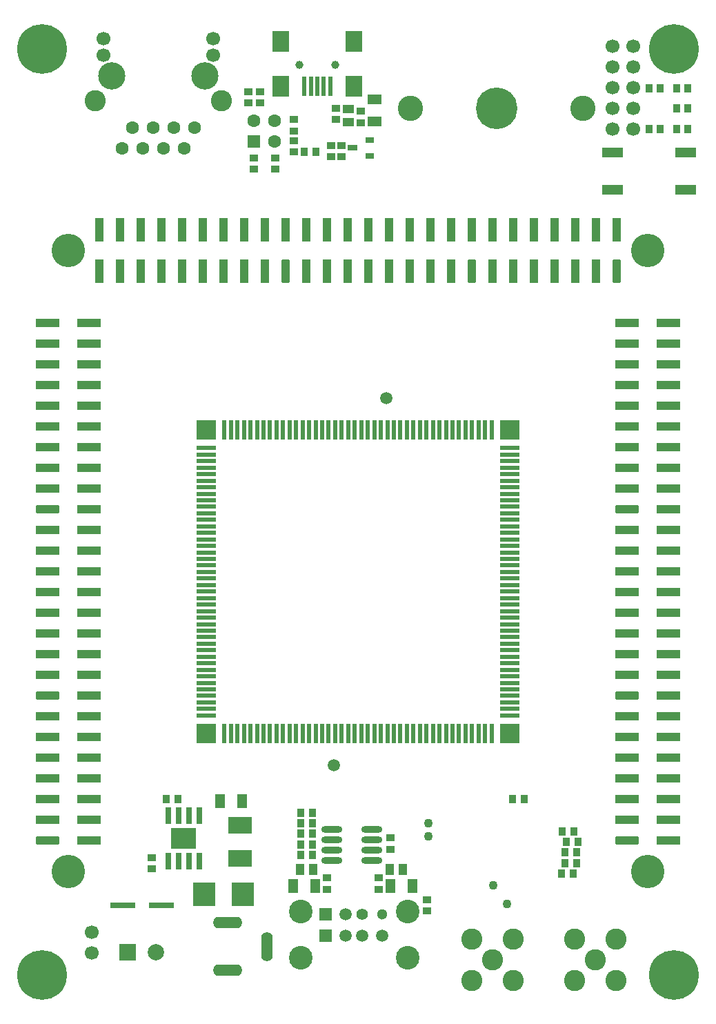
<source format=gts>
G04 Layer_Color=8388736*
%FSLAX44Y44*%
%MOMM*%
G71*
G01*
G75*
%ADD54C,1.3000*%
%ADD60C,1.5000*%
%ADD65C,1.6000*%
%ADD116C,5.1000*%
%ADD117R,1.2000X1.8000*%
%ADD118R,0.8000X2.1000*%
%ADD119R,3.1000X2.5000*%
%ADD120R,0.9000X1.0000*%
%ADD121R,2.1000X2.6000*%
%ADD122R,0.6000X2.3500*%
%ADD123R,1.1000X1.4000*%
%ADD124R,1.0000X0.9000*%
%ADD125R,3.1000X0.8000*%
%ADD126O,2.6000X0.8000*%
%ADD127R,2.7162X2.8432*%
%ADD128R,2.9000X2.0000*%
%ADD129C,1.1000*%
%ADD130R,0.6000X2.4000*%
%ADD131R,2.4000X0.6000*%
%ADD132R,2.4000X2.4000*%
%ADD133R,1.1000X2.9000*%
G04:AMPARAMS|DCode=134|XSize=1.1mm|YSize=2.9mm|CornerRadius=0.25mm|HoleSize=0mm|Usage=FLASHONLY|Rotation=180.000|XOffset=0mm|YOffset=0mm|HoleType=Round|Shape=RoundedRectangle|*
%AMROUNDEDRECTD134*
21,1,1.1000,2.4000,0,0,180.0*
21,1,0.6000,2.9000,0,0,180.0*
1,1,0.5000,-0.3000,1.2000*
1,1,0.5000,0.3000,1.2000*
1,1,0.5000,0.3000,-1.2000*
1,1,0.5000,-0.3000,-1.2000*
%
%ADD134ROUNDEDRECTD134*%
%ADD135R,2.9000X1.1000*%
G04:AMPARAMS|DCode=136|XSize=1.1mm|YSize=2.9mm|CornerRadius=0.25mm|HoleSize=0mm|Usage=FLASHONLY|Rotation=90.000|XOffset=0mm|YOffset=0mm|HoleType=Round|Shape=RoundedRectangle|*
%AMROUNDEDRECTD136*
21,1,1.1000,2.4000,0,0,90.0*
21,1,0.6000,2.9000,0,0,90.0*
1,1,0.5000,1.2000,0.3000*
1,1,0.5000,1.2000,-0.3000*
1,1,0.5000,-1.2000,-0.3000*
1,1,0.5000,-1.2000,0.3000*
%
%ADD136ROUNDEDRECTD136*%
%ADD137R,2.5000X1.3000*%
%ADD138R,1.2000X0.7500*%
%ADD139R,1.0000X0.7500*%
%ADD140R,1.8000X1.2000*%
%ADD141R,1.4000X1.1000*%
%ADD142C,3.1000*%
%ADD143C,6.1000*%
%ADD144C,4.1000*%
%ADD145C,1.0000*%
%ADD146C,1.7000*%
%ADD147C,2.9000*%
%ADD148R,1.5200X1.5200*%
%ADD149C,1.5200*%
%ADD150C,1.4000*%
%ADD151O,3.6000X1.4000*%
%ADD152O,1.4000X3.6000*%
%ADD153C,2.0000*%
%ADD154R,2.0000X2.0000*%
%ADD155R,1.6000X1.6000*%
%ADD156C,2.6000*%
%ADD157C,3.3500*%
%ADD158C,1.7000*%
D54*
X450001Y106102D02*
D03*
D60*
X390000Y289200D02*
D03*
X455000Y739200D02*
D03*
D65*
X317700Y1080198D02*
D03*
Y1054798D02*
D03*
X292300Y1080198D02*
D03*
X206750Y1046100D02*
D03*
X181350D02*
D03*
X155950D02*
D03*
X130550D02*
D03*
X143250Y1071500D02*
D03*
X168650D02*
D03*
X194050D02*
D03*
X219450D02*
D03*
D116*
X590000Y1095000D02*
D03*
D117*
X277500Y245000D02*
D03*
X250500D02*
D03*
X340500Y141000D02*
D03*
X367500D02*
D03*
X486500D02*
D03*
X459500D02*
D03*
D118*
X186950Y171500D02*
D03*
X199650D02*
D03*
X212350D02*
D03*
X225050D02*
D03*
Y227500D02*
D03*
X186950D02*
D03*
X199650D02*
D03*
X212350D02*
D03*
D119*
X206000Y199500D02*
D03*
D120*
X199002Y247500D02*
D03*
X185002D02*
D03*
X350002Y192000D02*
D03*
X364002D02*
D03*
X350002Y231000D02*
D03*
X364002D02*
D03*
X683998Y156000D02*
D03*
X669998D02*
D03*
X687998Y182000D02*
D03*
X673998D02*
D03*
X689998Y195000D02*
D03*
X675998D02*
D03*
X684998Y208000D02*
D03*
X670998D02*
D03*
X687998Y169000D02*
D03*
X673998D02*
D03*
X609998Y248000D02*
D03*
X623998D02*
D03*
X350000Y218000D02*
D03*
X364000D02*
D03*
X350000Y205000D02*
D03*
X364000D02*
D03*
X350002Y179000D02*
D03*
X364002D02*
D03*
X368002Y1041498D02*
D03*
X354002D02*
D03*
X791002Y1070000D02*
D03*
X777002D02*
D03*
X811002D02*
D03*
X825002D02*
D03*
Y1095000D02*
D03*
X811002D02*
D03*
X811002Y1120000D02*
D03*
X825002D02*
D03*
X777002D02*
D03*
X791002D02*
D03*
D121*
X325500Y1177500D02*
D03*
X414502D02*
D03*
X325500Y1122500D02*
D03*
X414502D02*
D03*
D122*
X354002D02*
D03*
X362000D02*
D03*
X370001D02*
D03*
X377999D02*
D03*
X386000D02*
D03*
D123*
X349000Y161000D02*
D03*
X365000D02*
D03*
X475000D02*
D03*
X459000D02*
D03*
D124*
X460000Y199998D02*
D03*
Y185998D02*
D03*
X167000Y162002D02*
D03*
Y176002D02*
D03*
X505000Y110002D02*
D03*
Y124002D02*
D03*
X445000Y137002D02*
D03*
Y151002D02*
D03*
X382000Y137002D02*
D03*
Y151002D02*
D03*
X318000Y1034500D02*
D03*
Y1020500D02*
D03*
X292000Y1034500D02*
D03*
Y1020500D02*
D03*
X400000Y1035500D02*
D03*
Y1049500D02*
D03*
X387000D02*
D03*
Y1035500D02*
D03*
X341000Y1055500D02*
D03*
Y1041500D02*
D03*
X285000Y1115497D02*
D03*
Y1101497D02*
D03*
X300000D02*
D03*
Y1115497D02*
D03*
X341000Y1067497D02*
D03*
Y1081497D02*
D03*
X423000Y1091500D02*
D03*
Y1077500D02*
D03*
X393000Y1095497D02*
D03*
Y1081497D02*
D03*
D125*
X130998Y117250D02*
D03*
X178998D02*
D03*
D126*
X436500Y171950D02*
D03*
Y184650D02*
D03*
Y197350D02*
D03*
Y210050D02*
D03*
X387500Y171950D02*
D03*
Y184650D02*
D03*
Y197350D02*
D03*
Y210050D02*
D03*
D127*
X278495Y131000D02*
D03*
X231505D02*
D03*
D128*
X275000Y215500D02*
D03*
Y174500D02*
D03*
D129*
X586000Y142000D02*
D03*
X603000Y119000D02*
D03*
X506000Y202000D02*
D03*
X506000Y218000D02*
D03*
D130*
X280000Y700200D02*
D03*
X288000D02*
D03*
X368000Y328200D02*
D03*
X376000D02*
D03*
X256000D02*
D03*
X584000Y700200D02*
D03*
X576000D02*
D03*
X568000D02*
D03*
X560000D02*
D03*
X552000D02*
D03*
X544000D02*
D03*
X536000D02*
D03*
X528000D02*
D03*
X520000D02*
D03*
X512000D02*
D03*
X504000D02*
D03*
X496000D02*
D03*
X488000D02*
D03*
X480000D02*
D03*
X472000D02*
D03*
X464000D02*
D03*
X456000D02*
D03*
X448000D02*
D03*
X440000D02*
D03*
X432000D02*
D03*
X424000D02*
D03*
X416000D02*
D03*
X408000D02*
D03*
X400000D02*
D03*
X392000D02*
D03*
X384000D02*
D03*
X376000D02*
D03*
X368000D02*
D03*
X360000D02*
D03*
X352000D02*
D03*
X344000D02*
D03*
X336000D02*
D03*
X328000D02*
D03*
X320000D02*
D03*
X312000D02*
D03*
X304000D02*
D03*
X296000D02*
D03*
X272000D02*
D03*
X264000D02*
D03*
X256000D02*
D03*
X264000Y328200D02*
D03*
X272000D02*
D03*
X280000D02*
D03*
X288000D02*
D03*
X296000D02*
D03*
X304000D02*
D03*
X312000D02*
D03*
X320000D02*
D03*
X328000D02*
D03*
X336000D02*
D03*
X344000D02*
D03*
X352000D02*
D03*
X360000D02*
D03*
X416000D02*
D03*
X424000D02*
D03*
X432000D02*
D03*
X440000D02*
D03*
X448000D02*
D03*
X456000D02*
D03*
X464000D02*
D03*
X472000D02*
D03*
X480000D02*
D03*
X488000D02*
D03*
X496000D02*
D03*
X504000D02*
D03*
X512000D02*
D03*
X520000D02*
D03*
X528000D02*
D03*
X536000D02*
D03*
X544000D02*
D03*
X552000D02*
D03*
X560000D02*
D03*
X568000D02*
D03*
X576000D02*
D03*
X584000D02*
D03*
X408000D02*
D03*
X400000D02*
D03*
X392000D02*
D03*
X384000D02*
D03*
D131*
X606000Y678200D02*
D03*
Y670200D02*
D03*
Y662200D02*
D03*
Y654200D02*
D03*
Y646200D02*
D03*
Y638200D02*
D03*
Y630200D02*
D03*
Y622200D02*
D03*
Y614200D02*
D03*
Y606200D02*
D03*
Y598200D02*
D03*
Y590200D02*
D03*
Y582200D02*
D03*
Y574200D02*
D03*
Y566200D02*
D03*
Y558200D02*
D03*
Y550200D02*
D03*
Y542200D02*
D03*
Y534200D02*
D03*
Y526200D02*
D03*
Y518200D02*
D03*
Y510200D02*
D03*
Y502200D02*
D03*
Y494200D02*
D03*
Y486200D02*
D03*
Y478200D02*
D03*
Y470200D02*
D03*
Y462200D02*
D03*
Y454200D02*
D03*
Y446200D02*
D03*
Y438200D02*
D03*
Y430200D02*
D03*
Y422200D02*
D03*
Y414200D02*
D03*
Y406200D02*
D03*
Y398200D02*
D03*
Y390200D02*
D03*
Y382200D02*
D03*
Y374200D02*
D03*
Y366200D02*
D03*
Y358200D02*
D03*
Y350200D02*
D03*
X234000Y678200D02*
D03*
Y670200D02*
D03*
Y662200D02*
D03*
Y654200D02*
D03*
Y646200D02*
D03*
Y638200D02*
D03*
Y630200D02*
D03*
Y622200D02*
D03*
Y614200D02*
D03*
Y606200D02*
D03*
Y598200D02*
D03*
Y590200D02*
D03*
Y582200D02*
D03*
Y574200D02*
D03*
Y566200D02*
D03*
Y558200D02*
D03*
Y550200D02*
D03*
Y542200D02*
D03*
Y534200D02*
D03*
Y526200D02*
D03*
Y518200D02*
D03*
Y510200D02*
D03*
Y502200D02*
D03*
Y494200D02*
D03*
Y486200D02*
D03*
Y478200D02*
D03*
Y470200D02*
D03*
Y462200D02*
D03*
Y454200D02*
D03*
Y446200D02*
D03*
Y438200D02*
D03*
Y430200D02*
D03*
Y422200D02*
D03*
Y414200D02*
D03*
Y406200D02*
D03*
Y398200D02*
D03*
Y390200D02*
D03*
Y382200D02*
D03*
Y374200D02*
D03*
Y366200D02*
D03*
Y358200D02*
D03*
Y350200D02*
D03*
D132*
Y328200D02*
D03*
X234000Y700200D02*
D03*
X606000Y328200D02*
D03*
Y700200D02*
D03*
D133*
X102500Y895100D02*
D03*
Y946100D02*
D03*
X127900Y895100D02*
D03*
X153300D02*
D03*
X178700D02*
D03*
X204100D02*
D03*
X229500D02*
D03*
X254900D02*
D03*
X280300D02*
D03*
X305700D02*
D03*
X356500D02*
D03*
X381900D02*
D03*
X407300D02*
D03*
X432700D02*
D03*
X458100D02*
D03*
X483500D02*
D03*
X508900D02*
D03*
X534300D02*
D03*
X585100D02*
D03*
X610500D02*
D03*
X635900D02*
D03*
X661300D02*
D03*
X686700D02*
D03*
X712100D02*
D03*
X102500Y946100D02*
D03*
X127900D02*
D03*
X153300D02*
D03*
X178700D02*
D03*
X204100D02*
D03*
X229500D02*
D03*
X254900D02*
D03*
X280300D02*
D03*
X305700D02*
D03*
X331100D02*
D03*
X356500D02*
D03*
X381900D02*
D03*
X407300D02*
D03*
X432700D02*
D03*
X458100D02*
D03*
X483500D02*
D03*
X508900D02*
D03*
X534300D02*
D03*
X559700D02*
D03*
X585100D02*
D03*
X610500D02*
D03*
X635900D02*
D03*
X661300D02*
D03*
X686700D02*
D03*
X712100D02*
D03*
X737500D02*
D03*
D134*
X102500Y895100D02*
D03*
X331100D02*
D03*
X559700D02*
D03*
X737500D02*
D03*
D135*
X750100Y831700D02*
D03*
X801100D02*
D03*
X750100Y806300D02*
D03*
Y780900D02*
D03*
Y755500D02*
D03*
Y730100D02*
D03*
Y704700D02*
D03*
Y679300D02*
D03*
Y653900D02*
D03*
Y628500D02*
D03*
Y577700D02*
D03*
Y552300D02*
D03*
Y526900D02*
D03*
Y501500D02*
D03*
Y476100D02*
D03*
Y450700D02*
D03*
Y425300D02*
D03*
Y399900D02*
D03*
Y349100D02*
D03*
Y323700D02*
D03*
Y298300D02*
D03*
Y272900D02*
D03*
Y247500D02*
D03*
Y222100D02*
D03*
X801100Y831700D02*
D03*
Y806300D02*
D03*
Y780900D02*
D03*
Y755500D02*
D03*
Y730100D02*
D03*
Y704700D02*
D03*
Y679300D02*
D03*
Y653900D02*
D03*
Y628500D02*
D03*
Y603100D02*
D03*
Y577700D02*
D03*
Y552300D02*
D03*
Y526900D02*
D03*
Y501500D02*
D03*
Y476100D02*
D03*
Y450700D02*
D03*
Y425300D02*
D03*
Y399900D02*
D03*
Y374500D02*
D03*
Y349100D02*
D03*
Y323700D02*
D03*
Y298300D02*
D03*
Y272900D02*
D03*
Y247500D02*
D03*
Y222100D02*
D03*
Y196700D02*
D03*
X38900Y831700D02*
D03*
X89900D02*
D03*
X38900Y806300D02*
D03*
Y780900D02*
D03*
Y755500D02*
D03*
Y730100D02*
D03*
Y704700D02*
D03*
Y679300D02*
D03*
Y653900D02*
D03*
Y628500D02*
D03*
Y577700D02*
D03*
Y552300D02*
D03*
Y526900D02*
D03*
Y501500D02*
D03*
Y476100D02*
D03*
Y450700D02*
D03*
Y425300D02*
D03*
Y399900D02*
D03*
Y349100D02*
D03*
Y323700D02*
D03*
Y298300D02*
D03*
Y272900D02*
D03*
Y247500D02*
D03*
Y222100D02*
D03*
X89900Y831700D02*
D03*
Y806300D02*
D03*
Y780900D02*
D03*
Y755500D02*
D03*
Y730100D02*
D03*
Y704700D02*
D03*
Y679300D02*
D03*
Y653900D02*
D03*
Y628500D02*
D03*
Y603100D02*
D03*
Y577700D02*
D03*
Y552300D02*
D03*
Y526900D02*
D03*
Y501500D02*
D03*
Y476100D02*
D03*
Y450700D02*
D03*
Y425300D02*
D03*
Y399900D02*
D03*
Y374500D02*
D03*
Y349100D02*
D03*
Y323700D02*
D03*
Y298300D02*
D03*
Y272900D02*
D03*
Y247500D02*
D03*
Y222100D02*
D03*
Y196700D02*
D03*
D136*
X750100Y831700D02*
D03*
Y603100D02*
D03*
Y374500D02*
D03*
Y196700D02*
D03*
X38900Y831700D02*
D03*
Y603100D02*
D03*
Y374500D02*
D03*
Y196700D02*
D03*
D137*
X822000Y995500D02*
D03*
X732000D02*
D03*
X822000Y1040500D02*
D03*
X732000D02*
D03*
D138*
X413625Y1046498D02*
D03*
D139*
X434375Y1055998D02*
D03*
Y1036998D02*
D03*
D140*
X440000Y1105998D02*
D03*
Y1078998D02*
D03*
D141*
X408000Y1078498D02*
D03*
Y1094498D02*
D03*
D142*
X696000Y1095000D02*
D03*
X484000D02*
D03*
D143*
X32000Y1168000D02*
D03*
X808000D02*
D03*
Y32000D02*
D03*
X32000D02*
D03*
D144*
X64400Y158600D02*
D03*
X775600D02*
D03*
X64400Y920600D02*
D03*
X775600D02*
D03*
D145*
X347999Y1148498D02*
D03*
X392000D02*
D03*
D146*
X93000Y84400D02*
D03*
Y59000D02*
D03*
X758000Y1095200D02*
D03*
Y1146000D02*
D03*
Y1120600D02*
D03*
Y1069800D02*
D03*
Y1171400D02*
D03*
X732600D02*
D03*
Y1120600D02*
D03*
Y1095200D02*
D03*
Y1069800D02*
D03*
Y1146000D02*
D03*
D147*
X349300Y109602D02*
D03*
Y52800D02*
D03*
X480700D02*
D03*
Y109602D02*
D03*
D148*
X380001Y106102D02*
D03*
Y79902D02*
D03*
D149*
X405000Y106102D02*
D03*
Y79902D02*
D03*
X425000D02*
D03*
X450001D02*
D03*
D150*
X425000Y106102D02*
D03*
D151*
X260000Y38001D02*
D03*
Y96000D02*
D03*
D152*
X308000Y66000D02*
D03*
D153*
X172000Y60000D02*
D03*
D154*
X137000D02*
D03*
D155*
X292300Y1054798D02*
D03*
D156*
X685600Y24600D02*
D03*
X736400D02*
D03*
Y75400D02*
D03*
X685600D02*
D03*
X711000Y50000D02*
D03*
X585000D02*
D03*
X559600Y75400D02*
D03*
X610400D02*
D03*
Y24600D02*
D03*
X559600D02*
D03*
X97550Y1104500D02*
D03*
X252450D02*
D03*
D157*
X117850Y1135000D02*
D03*
X232150D02*
D03*
D158*
X242250Y1180700D02*
D03*
Y1160400D02*
D03*
X107750D02*
D03*
Y1180700D02*
D03*
M02*

</source>
